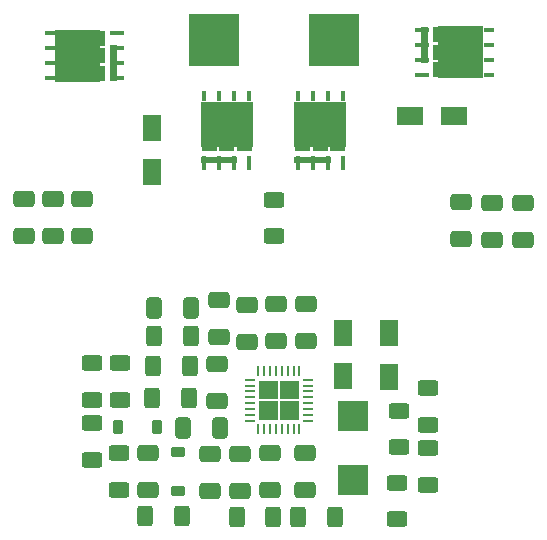
<source format=gtp>
G04 #@! TF.GenerationSoftware,KiCad,Pcbnew,7.0.1*
G04 #@! TF.CreationDate,2023-11-01T02:09:25-07:00*
G04 #@! TF.ProjectId,KENESP32LTC370TEST,4b454e45-5350-4333-924c-544333373054,rev?*
G04 #@! TF.SameCoordinates,Original*
G04 #@! TF.FileFunction,Paste,Top*
G04 #@! TF.FilePolarity,Positive*
%FSLAX46Y46*%
G04 Gerber Fmt 4.6, Leading zero omitted, Abs format (unit mm)*
G04 Created by KiCad (PCBNEW 7.0.1) date 2023-11-01 02:09:25*
%MOMM*%
%LPD*%
G01*
G04 APERTURE LIST*
G04 Aperture macros list*
%AMRoundRect*
0 Rectangle with rounded corners*
0 $1 Rounding radius*
0 $2 $3 $4 $5 $6 $7 $8 $9 X,Y pos of 4 corners*
0 Add a 4 corners polygon primitive as box body*
4,1,4,$2,$3,$4,$5,$6,$7,$8,$9,$2,$3,0*
0 Add four circle primitives for the rounded corners*
1,1,$1+$1,$2,$3*
1,1,$1+$1,$4,$5*
1,1,$1+$1,$6,$7*
1,1,$1+$1,$8,$9*
0 Add four rect primitives between the rounded corners*
20,1,$1+$1,$2,$3,$4,$5,0*
20,1,$1+$1,$4,$5,$6,$7,0*
20,1,$1+$1,$6,$7,$8,$9,0*
20,1,$1+$1,$8,$9,$2,$3,0*%
G04 Aperture macros list end*
%ADD10RoundRect,0.250000X-0.650000X0.412500X-0.650000X-0.412500X0.650000X-0.412500X0.650000X0.412500X0*%
%ADD11RoundRect,0.250000X-0.400000X-0.625000X0.400000X-0.625000X0.400000X0.625000X-0.400000X0.625000X0*%
%ADD12RoundRect,0.250000X-0.625000X0.400000X-0.625000X-0.400000X0.625000X-0.400000X0.625000X0.400000X0*%
%ADD13R,0.249200X0.804800*%
%ADD14R,0.804800X0.249200*%
%ADD15RoundRect,0.250000X0.625000X-0.400000X0.625000X0.400000X-0.625000X0.400000X-0.625000X-0.400000X0*%
%ADD16RoundRect,0.250000X0.400000X0.625000X-0.400000X0.625000X-0.400000X-0.625000X0.400000X-0.625000X0*%
%ADD17R,0.965200X0.431800*%
%ADD18R,1.143000X0.431800*%
%ADD19R,0.431800X1.143000*%
%ADD20R,0.431800X0.965200*%
%ADD21R,4.241800X4.521200*%
%ADD22R,1.625600X2.184400*%
%ADD23R,2.184400X1.625600*%
%ADD24RoundRect,0.225000X0.375000X-0.225000X0.375000X0.225000X-0.375000X0.225000X-0.375000X-0.225000X0*%
%ADD25RoundRect,0.225000X-0.225000X-0.375000X0.225000X-0.375000X0.225000X0.375000X-0.225000X0.375000X0*%
%ADD26RoundRect,0.250000X0.650000X-0.412500X0.650000X0.412500X-0.650000X0.412500X-0.650000X-0.412500X0*%
%ADD27RoundRect,0.250000X-0.412500X-0.650000X0.412500X-0.650000X0.412500X0.650000X-0.412500X0.650000X0*%
%ADD28R,2.499995X2.560396*%
%ADD29RoundRect,0.250000X0.412500X0.650000X-0.412500X0.650000X-0.412500X-0.650000X0.412500X-0.650000X0*%
G04 APERTURE END LIST*
G36*
X120775000Y-141450000D02*
G01*
X119200000Y-141450000D01*
X119200000Y-139875000D01*
X120775000Y-139875000D01*
X120775000Y-141450000D01*
G37*
G36*
X120775000Y-139675000D02*
G01*
X119200000Y-139675000D01*
X119200000Y-138100000D01*
X120775000Y-138100000D01*
X120775000Y-139675000D01*
G37*
G36*
X119000000Y-141450000D02*
G01*
X117425000Y-141450000D01*
X117425000Y-139875000D01*
X119000000Y-139875000D01*
X119000000Y-141450000D01*
G37*
G36*
X119000000Y-139675000D02*
G01*
X117425000Y-139675000D01*
X117425000Y-138100000D01*
X119000000Y-138100000D01*
X119000000Y-139675000D01*
G37*
G36*
X131764800Y-111201700D02*
G01*
X131180600Y-111201700D01*
X131180600Y-108128300D01*
X131764800Y-108128300D01*
X131764800Y-111201700D01*
G37*
G36*
X136413000Y-112497100D02*
G01*
X132603000Y-112497100D01*
X132603000Y-108102900D01*
X136413000Y-108102900D01*
X136413000Y-112497100D01*
G37*
G36*
X135805000Y-112397100D02*
G01*
X134735000Y-112397100D01*
X134735000Y-111132366D01*
X135805000Y-111132366D01*
X135805000Y-112397100D01*
G37*
G36*
X135805000Y-110932367D02*
G01*
X134735000Y-110932367D01*
X134735000Y-109667633D01*
X135805000Y-109667633D01*
X135805000Y-110932367D01*
G37*
G36*
X135805000Y-109467634D02*
G01*
X134735000Y-109467634D01*
X134735000Y-108202900D01*
X135805000Y-108202900D01*
X135805000Y-109467634D01*
G37*
G36*
X134535000Y-112397100D02*
G01*
X133465000Y-112397100D01*
X133465000Y-111132366D01*
X134535000Y-111132366D01*
X134535000Y-112397100D01*
G37*
G36*
X134535000Y-110932367D02*
G01*
X133465000Y-110932367D01*
X133465000Y-109667633D01*
X134535000Y-109667633D01*
X134535000Y-110932367D01*
G37*
G36*
X134535000Y-109467634D02*
G01*
X133465000Y-109467634D01*
X133465000Y-108202900D01*
X134535000Y-108202900D01*
X134535000Y-109467634D01*
G37*
G36*
X133265000Y-112397100D02*
G01*
X132195000Y-112397100D01*
X132195000Y-111132366D01*
X133265000Y-111132366D01*
X133265000Y-112397100D01*
G37*
G36*
X133265000Y-110932367D02*
G01*
X132195000Y-110932367D01*
X132195000Y-109667633D01*
X133265000Y-109667633D01*
X133265000Y-110932367D01*
G37*
G36*
X133265000Y-109467634D02*
G01*
X132195000Y-109467634D01*
X132195000Y-108202900D01*
X133265000Y-108202900D01*
X133265000Y-109467634D01*
G37*
G36*
X121767634Y-118705000D02*
G01*
X120502900Y-118705000D01*
X120502900Y-117635000D01*
X121767634Y-117635000D01*
X121767634Y-118705000D01*
G37*
G36*
X123232367Y-118705000D02*
G01*
X121967633Y-118705000D01*
X121967633Y-117635000D01*
X123232367Y-117635000D01*
X123232367Y-118705000D01*
G37*
G36*
X124697100Y-118705000D02*
G01*
X123432366Y-118705000D01*
X123432366Y-117635000D01*
X124697100Y-117635000D01*
X124697100Y-118705000D01*
G37*
G36*
X121767634Y-117435000D02*
G01*
X120502900Y-117435000D01*
X120502900Y-116365000D01*
X121767634Y-116365000D01*
X121767634Y-117435000D01*
G37*
G36*
X123232367Y-117435000D02*
G01*
X121967633Y-117435000D01*
X121967633Y-116365000D01*
X123232367Y-116365000D01*
X123232367Y-117435000D01*
G37*
G36*
X124697100Y-117435000D02*
G01*
X123432366Y-117435000D01*
X123432366Y-116365000D01*
X124697100Y-116365000D01*
X124697100Y-117435000D01*
G37*
G36*
X121767634Y-116165000D02*
G01*
X120502900Y-116165000D01*
X120502900Y-115095000D01*
X121767634Y-115095000D01*
X121767634Y-116165000D01*
G37*
G36*
X123232367Y-116165000D02*
G01*
X121967633Y-116165000D01*
X121967633Y-115095000D01*
X123232367Y-115095000D01*
X123232367Y-116165000D01*
G37*
G36*
X124697100Y-116165000D02*
G01*
X123432366Y-116165000D01*
X123432366Y-115095000D01*
X124697100Y-115095000D01*
X124697100Y-116165000D01*
G37*
G36*
X124797100Y-118297000D02*
G01*
X120402900Y-118297000D01*
X120402900Y-114487000D01*
X124797100Y-114487000D01*
X124797100Y-118297000D01*
G37*
G36*
X123501700Y-119719400D02*
G01*
X120428300Y-119719400D01*
X120428300Y-119135200D01*
X123501700Y-119135200D01*
X123501700Y-119719400D01*
G37*
G36*
X115601700Y-119719400D02*
G01*
X112528300Y-119719400D01*
X112528300Y-119135200D01*
X115601700Y-119135200D01*
X115601700Y-119719400D01*
G37*
G36*
X116897100Y-118297000D02*
G01*
X112502900Y-118297000D01*
X112502900Y-114487000D01*
X116897100Y-114487000D01*
X116897100Y-118297000D01*
G37*
G36*
X116797100Y-116165000D02*
G01*
X115532366Y-116165000D01*
X115532366Y-115095000D01*
X116797100Y-115095000D01*
X116797100Y-116165000D01*
G37*
G36*
X115332367Y-116165000D02*
G01*
X114067633Y-116165000D01*
X114067633Y-115095000D01*
X115332367Y-115095000D01*
X115332367Y-116165000D01*
G37*
G36*
X113867634Y-116165000D02*
G01*
X112602900Y-116165000D01*
X112602900Y-115095000D01*
X113867634Y-115095000D01*
X113867634Y-116165000D01*
G37*
G36*
X116797100Y-117435000D02*
G01*
X115532366Y-117435000D01*
X115532366Y-116365000D01*
X116797100Y-116365000D01*
X116797100Y-117435000D01*
G37*
G36*
X115332367Y-117435000D02*
G01*
X114067633Y-117435000D01*
X114067633Y-116365000D01*
X115332367Y-116365000D01*
X115332367Y-117435000D01*
G37*
G36*
X113867634Y-117435000D02*
G01*
X112602900Y-117435000D01*
X112602900Y-116365000D01*
X113867634Y-116365000D01*
X113867634Y-117435000D01*
G37*
G36*
X116797100Y-118705000D02*
G01*
X115532366Y-118705000D01*
X115532366Y-117635000D01*
X116797100Y-117635000D01*
X116797100Y-118705000D01*
G37*
G36*
X115332367Y-118705000D02*
G01*
X114067633Y-118705000D01*
X114067633Y-117635000D01*
X115332367Y-117635000D01*
X115332367Y-118705000D01*
G37*
G36*
X113867634Y-118705000D02*
G01*
X112602900Y-118705000D01*
X112602900Y-117635000D01*
X113867634Y-117635000D01*
X113867634Y-118705000D01*
G37*
G36*
X104405000Y-112697100D02*
G01*
X103335000Y-112697100D01*
X103335000Y-111432366D01*
X104405000Y-111432366D01*
X104405000Y-112697100D01*
G37*
G36*
X104405000Y-111232367D02*
G01*
X103335000Y-111232367D01*
X103335000Y-109967633D01*
X104405000Y-109967633D01*
X104405000Y-111232367D01*
G37*
G36*
X104405000Y-109767634D02*
G01*
X103335000Y-109767634D01*
X103335000Y-108502900D01*
X104405000Y-108502900D01*
X104405000Y-109767634D01*
G37*
G36*
X103135000Y-112697100D02*
G01*
X102065000Y-112697100D01*
X102065000Y-111432366D01*
X103135000Y-111432366D01*
X103135000Y-112697100D01*
G37*
G36*
X103135000Y-111232367D02*
G01*
X102065000Y-111232367D01*
X102065000Y-109967633D01*
X103135000Y-109967633D01*
X103135000Y-111232367D01*
G37*
G36*
X103135000Y-109767634D02*
G01*
X102065000Y-109767634D01*
X102065000Y-108502900D01*
X103135000Y-108502900D01*
X103135000Y-109767634D01*
G37*
G36*
X101865000Y-112697100D02*
G01*
X100795000Y-112697100D01*
X100795000Y-111432366D01*
X101865000Y-111432366D01*
X101865000Y-112697100D01*
G37*
G36*
X101865000Y-111232367D02*
G01*
X100795000Y-111232367D01*
X100795000Y-109967633D01*
X101865000Y-109967633D01*
X101865000Y-111232367D01*
G37*
G36*
X101865000Y-109767634D02*
G01*
X100795000Y-109767634D01*
X100795000Y-108502900D01*
X101865000Y-108502900D01*
X101865000Y-109767634D01*
G37*
G36*
X103997000Y-112797100D02*
G01*
X100187000Y-112797100D01*
X100187000Y-108402900D01*
X103997000Y-108402900D01*
X103997000Y-112797100D01*
G37*
G36*
X105419400Y-112771700D02*
G01*
X104835200Y-112771700D01*
X104835200Y-109698300D01*
X105419400Y-109698300D01*
X105419400Y-112771700D01*
G37*
D10*
X121400000Y-131600000D03*
X121400000Y-134725000D03*
D11*
X120750000Y-149637500D03*
X123850000Y-149637500D03*
D12*
X118700000Y-122800000D03*
X118700000Y-125900000D03*
D13*
X117350001Y-137322600D03*
X117850000Y-137322600D03*
X118349999Y-137322600D03*
X118850000Y-137322600D03*
X119350000Y-137322600D03*
X119850001Y-137322600D03*
X120350000Y-137322600D03*
X120849999Y-137322600D03*
D14*
X121552400Y-138025001D03*
X121552400Y-138525000D03*
X121552400Y-139024999D03*
X121552400Y-139525000D03*
X121552400Y-140025000D03*
X121552400Y-140525001D03*
X121552400Y-141025000D03*
X121552400Y-141524999D03*
D13*
X120849999Y-142227400D03*
X120350000Y-142227400D03*
X119850001Y-142227400D03*
X119350000Y-142227400D03*
X118850000Y-142227400D03*
X118349999Y-142227400D03*
X117850000Y-142227400D03*
X117350001Y-142227400D03*
D14*
X116647600Y-141524999D03*
X116647600Y-141025000D03*
X116647600Y-140525001D03*
X116647600Y-140025000D03*
X116647600Y-139525000D03*
X116647600Y-139024999D03*
X116647600Y-138525000D03*
X116647600Y-138025001D03*
D11*
X118650000Y-149637500D03*
X115550000Y-149637500D03*
D15*
X129250000Y-140637500D03*
X129250000Y-143737500D03*
X131725300Y-146937500D03*
X131725300Y-143837500D03*
X131750000Y-141837500D03*
X131750000Y-138737500D03*
X105550000Y-147337500D03*
X105550000Y-144237500D03*
D12*
X105650000Y-136637500D03*
X105650000Y-139737500D03*
D15*
X103250000Y-139737500D03*
X103250000Y-136637500D03*
D16*
X111650000Y-134337500D03*
X108550000Y-134337500D03*
X111500000Y-139575000D03*
X108400000Y-139575000D03*
X111550000Y-136875000D03*
X108450000Y-136875000D03*
D15*
X103250000Y-141737500D03*
X103250000Y-144837500D03*
D12*
X129150000Y-146737500D03*
X129150000Y-149837500D03*
D11*
X110900000Y-149537500D03*
X107800000Y-149537500D03*
D17*
X136895600Y-108395000D03*
X136895600Y-110935000D03*
D18*
X131193300Y-110935000D03*
D17*
X136895600Y-109665000D03*
X136895600Y-112205000D03*
D18*
X131193300Y-112205000D03*
X131193300Y-109665000D03*
X131193300Y-108395000D03*
D19*
X120695000Y-119706700D03*
X121965000Y-119706700D03*
X124505000Y-119706700D03*
D20*
X124505000Y-114004400D03*
X121965000Y-114004400D03*
D19*
X123235000Y-119706700D03*
D20*
X123235000Y-114004400D03*
X120695000Y-114004400D03*
X112795000Y-114004400D03*
X115335000Y-114004400D03*
D19*
X115335000Y-119706700D03*
D20*
X114065000Y-114004400D03*
X116605000Y-114004400D03*
D19*
X116605000Y-119706700D03*
X114065000Y-119706700D03*
X112795000Y-119706700D03*
D18*
X105406700Y-112505000D03*
X105406700Y-111235000D03*
X105406700Y-108695000D03*
D17*
X99704400Y-108695000D03*
X99704400Y-111235000D03*
D18*
X105406700Y-109965000D03*
D17*
X99704400Y-109965000D03*
X99704400Y-112505000D03*
D21*
X113625001Y-109241500D03*
X123774999Y-109241500D03*
D22*
X128450000Y-137791700D03*
X128450000Y-134083300D03*
X108400000Y-116745800D03*
X108400000Y-120454200D03*
D23*
X130191600Y-115700000D03*
X133900000Y-115700000D03*
D22*
X124550000Y-134037500D03*
X124550000Y-137745900D03*
D24*
X110550000Y-144187500D03*
X110550000Y-147487500D03*
D25*
X108750000Y-142037500D03*
X105450000Y-142037500D03*
D10*
X113250000Y-147462500D03*
X113250000Y-144337500D03*
D26*
X118350000Y-144237500D03*
X118350000Y-147362500D03*
X121350000Y-147362500D03*
X121350000Y-144237500D03*
D27*
X114150000Y-142137500D03*
X111025000Y-142137500D03*
D26*
X115850000Y-144337500D03*
X115850000Y-147462500D03*
D28*
X125350000Y-146481888D03*
X125350000Y-141137500D03*
D26*
X118900000Y-131637500D03*
X118900000Y-134762500D03*
X108050000Y-144275000D03*
X108050000Y-147400000D03*
D10*
X114000000Y-134400000D03*
X114000000Y-131275000D03*
D29*
X108511000Y-131982800D03*
X111636000Y-131982800D03*
D26*
X113900000Y-136712500D03*
X113900000Y-139837500D03*
D10*
X116400000Y-134800000D03*
X116400000Y-131675000D03*
D26*
X139800000Y-126162500D03*
X139800000Y-123037500D03*
X137150000Y-126162500D03*
X137150000Y-123037500D03*
X134500000Y-126125000D03*
X134500000Y-123000000D03*
X97500000Y-125862500D03*
X97500000Y-122737500D03*
X102400000Y-125862500D03*
X102400000Y-122737500D03*
X99950000Y-125862500D03*
X99950000Y-122737500D03*
M02*

</source>
